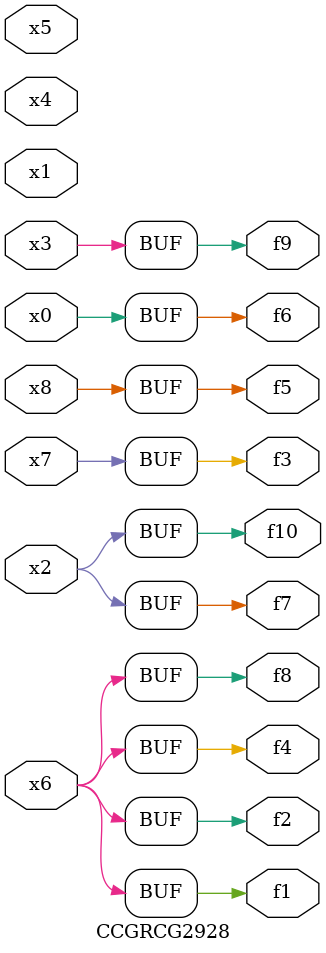
<source format=v>
module CCGRCG2928(
	input x0, x1, x2, x3, x4, x5, x6, x7, x8,
	output f1, f2, f3, f4, f5, f6, f7, f8, f9, f10
);
	assign f1 = x6;
	assign f2 = x6;
	assign f3 = x7;
	assign f4 = x6;
	assign f5 = x8;
	assign f6 = x0;
	assign f7 = x2;
	assign f8 = x6;
	assign f9 = x3;
	assign f10 = x2;
endmodule

</source>
